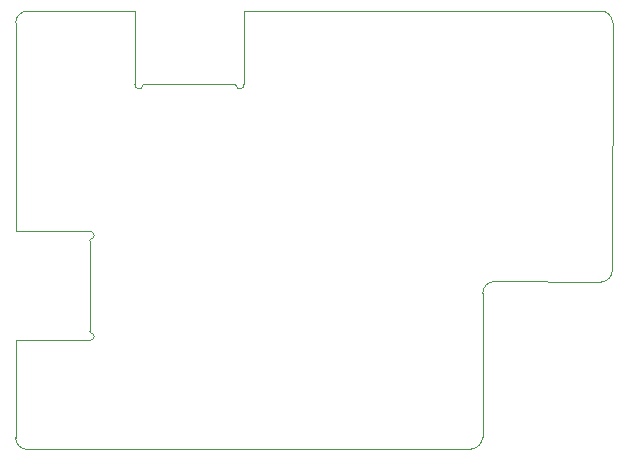
<source format=gbr>
%TF.GenerationSoftware,KiCad,Pcbnew,(6.0.2)*%
%TF.CreationDate,2022-07-06T09:12:25-05:00*%
%TF.ProjectId,pdsupply-PPS,70647375-7070-46c7-992d-5050532e6b69,rev?*%
%TF.SameCoordinates,Original*%
%TF.FileFunction,Profile,NP*%
%FSLAX46Y46*%
G04 Gerber Fmt 4.6, Leading zero omitted, Abs format (unit mm)*
G04 Created by KiCad (PCBNEW (6.0.2)) date 2022-07-06 09:12:25*
%MOMM*%
%LPD*%
G01*
G04 APERTURE LIST*
%TA.AperFunction,Profile*%
%ADD10C,0.100000*%
%TD*%
%TA.AperFunction,Profile*%
%ADD11C,0.010000*%
%TD*%
G04 APERTURE END LIST*
D10*
X115095000Y-82922500D02*
X107733553Y-82930000D01*
X146287107Y-106817107D02*
X146270000Y-118992893D01*
X106733553Y-83930000D02*
X106796447Y-99671447D01*
X107733553Y-82930000D02*
G75*
G03*
X106733553Y-83930000I-1J-999999D01*
G01*
X107733554Y-120034340D02*
X145270000Y-119992893D01*
X147287107Y-105817107D02*
G75*
G03*
X146287107Y-106817107I-1J-999999D01*
G01*
X157270000Y-104860000D02*
X157280000Y-83910000D01*
X145270000Y-119992893D02*
G75*
G03*
X146270000Y-118992893I1J999999D01*
G01*
X106796447Y-112551447D02*
X106733554Y-119034340D01*
X127975000Y-82922500D02*
X156280000Y-82910000D01*
X157280000Y-83910000D02*
G75*
G03*
X156280000Y-82910000I-999999J1D01*
G01*
X156270000Y-105860000D02*
G75*
G03*
X157270000Y-104860000I1J999999D01*
G01*
X156270000Y-105860000D02*
X147287107Y-105817107D01*
X106733554Y-119034340D02*
G75*
G03*
X107733554Y-120034340I999999J-1D01*
G01*
D11*
%TO.C,J1*%
X106796447Y-99671447D02*
X106796447Y-101571447D01*
X112996447Y-102371447D02*
X112996447Y-110011447D01*
X112996447Y-110811447D02*
X106796447Y-110811447D01*
X106796447Y-110811447D02*
X106796447Y-112551447D01*
X106796447Y-101571447D02*
X112996447Y-101571447D01*
X113116447Y-102221447D02*
G75*
G03*
X113396447Y-101896447I-22499J302499D01*
G01*
X112996447Y-110011447D02*
G75*
G03*
X113116447Y-110161447I135000J-15000D01*
G01*
X113396448Y-101896447D02*
G75*
G03*
X112996447Y-101571447I-362500J-37499D01*
G01*
X113116447Y-102221447D02*
G75*
G03*
X112996447Y-102371447I15000J-135000D01*
G01*
X113396447Y-110486447D02*
G75*
G03*
X113116447Y-110161447I-302499J22501D01*
G01*
X112996447Y-110811446D02*
G75*
G03*
X113396447Y-110486447I37501J362498D01*
G01*
%TO.C,J2*%
X127975000Y-82922500D02*
X126075000Y-82922500D01*
X125275000Y-89122500D02*
X117635000Y-89122500D01*
X126075000Y-82922500D02*
X126075000Y-89122500D01*
X116835000Y-89122500D02*
X116835000Y-82922500D01*
X116835000Y-82922500D02*
X115095000Y-82922500D01*
X125750000Y-89522501D02*
G75*
G03*
X126075000Y-89122500I-37499J362500D01*
G01*
X117160000Y-89522500D02*
G75*
G03*
X117485000Y-89242500I22501J302499D01*
G01*
X125425000Y-89242500D02*
G75*
G03*
X125275000Y-89122500I-135000J-15000D01*
G01*
X116835001Y-89122500D02*
G75*
G03*
X117160000Y-89522500I362498J-37501D01*
G01*
X117635000Y-89122500D02*
G75*
G03*
X117485000Y-89242500I-15000J-135000D01*
G01*
X125425000Y-89242500D02*
G75*
G03*
X125750000Y-89522500I302499J22499D01*
G01*
%TD*%
M02*

</source>
